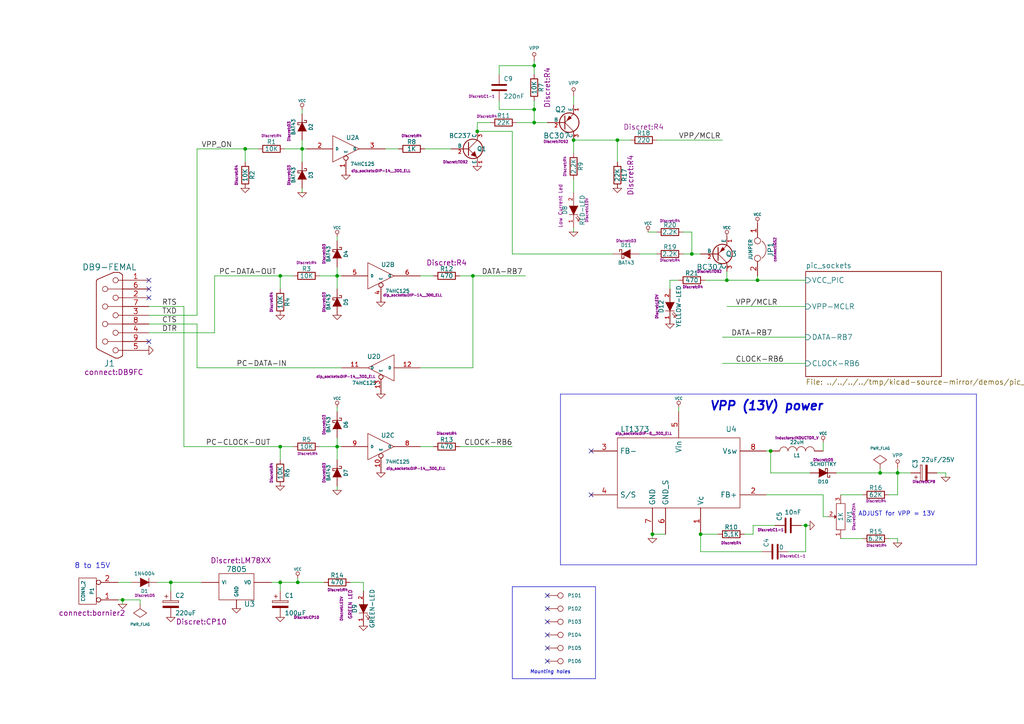
<source format=kicad_sch>
(kicad_sch (version 20230121) (generator eeschema)
  (paper "A4")
  (title_block (title "JDM - COM84 PIC Programmer with 13V DC/DC converter") (date "05 jan 2014") (rev "2") (company "KiCad"))
  (lib_symbols
    (symbol "pic_programmer_schlib:74LS125" (pin_names (offset 0.762))
      (property "Reference" "U" (at 0 2.54 0))
      (property "Value" "74LS125" (at 1.27 -3.81 0))
      (symbol "74LS125_0_0"
        (pin power_in line (at -3.81 3.81 270) (length 0) hide (name "VCC") (number "14"))
        (pin power_in line (at -3.81 -3.81 90) (length 0) hide (name "GND") (number "7"))
      )
      (symbol "74LS125_0_1"
        (polyline (pts (xy -3.81 3.81) (xy -3.81 -3.81) (xy 3.81 0) (xy -3.81 3.81)))
      )
      (symbol "74LS125_1_0"
        (pin input inverted (at 0 -7.62 90) (length 5.588) (name "E") (number "1"))
      )
      (symbol "74LS125_1_1"
        (pin input line (at -11.43 0 0) (length 7.62) (name "D") (number "2"))
        (pin tri_state line (at 11.43 0 180) (length 7.62) (name "O") (number "3"))
      )
      (symbol "74LS125_2_0"
        (pin input inverted (at 0 -7.62 90) (length 5.588) (name "E") (number "4"))
      )
      (symbol "74LS125_2_1"
        (pin input line (at -11.43 0 0) (length 7.62) (name "D") (number "5"))
        (pin tri_state line (at 11.43 0 180) (length 7.62) (name "O") (number "6"))
      )
      (symbol "74LS125_3_0"
        (pin input inverted (at 0 -7.62 90) (length 5.588) (name "E") (number "10"))
      )
      (symbol "74LS125_3_1"
        (pin tri_state line (at 11.43 0 180) (length 7.62) (name "O") (number "8"))
        (pin input line (at -11.43 0 0) (length 7.62) (name "D") (number "9"))
      )
      (symbol "74LS125_4_0"
        (pin input inverted (at 0 -7.62 90) (length 5.588) (name "E") (number "13"))
      )
      (symbol "74LS125_4_1"
        (pin tri_state line (at 11.43 0 180) (length 7.62) (name "O") (number "11"))
        (pin input line (at -11.43 0 0) (length 7.62) (name "D") (number "12"))
      )
    )
    (symbol "pic_programmer_schlib:7805" (pin_numbers hide) (pin_names (offset 0.762))
      (property "Reference" "U" (at 3.81 -4.9784 0))
      (property "Value" "7805" (at 0 5.08 0))
      (symbol "7805_0_1"
        (rectangle (start -5.08 -3.81) (end 5.08 3.81))
      )
      (symbol "7805_1_1"
        (pin input line (at 0 -6.35 90) (length 2.54) (name "GND") (number "GND"))
        (pin input line (at -10.16 1.27 0) (length 5.08) (name "VI") (number "VI"))
        (pin power_out line (at 10.16 1.27 180) (length 5.08) (name "VO") (number "VO"))
      )
    )
    (symbol "pic_programmer_schlib:C" (pin_numbers hide) (pin_names (offset 0.254))
      (property "Reference" "C" (at 0.635 2.54 0))
      (property "Value" "C" (at 0.635 -2.54 0))
      (symbol "C_0_1"
        (polyline (pts (xy -2.032 -0.762) (xy 2.032 -0.762)) (stroke (width 0.508)))
        (polyline (pts (xy -2.032 0.762) (xy 2.032 0.762)) (stroke (width 0.508)))
      )
      (symbol "C_1_1"
        (pin passive line (at 0 3.81 270) (length 2.794) (name "~") (number "1"))
        (pin passive line (at 0 -3.81 90) (length 2.794) (name "~") (number "2"))
      )
    )
    (symbol "pic_programmer_schlib:CONN_1" (pin_numbers hide) (pin_names (offset 0.762) hide)
      (property "Reference" "P" (at 2.032 0 0))
      (symbol "CONN_1_0_1"
        (polyline (pts (xy -0.762 0) (xy -1.27 0)))
        (circle (center 0 0) (radius 0.7874))
      )
      (symbol "CONN_1_1_1"
        (pin passive line (at -3.81 0 0) (length 2.54) (name "1") (number "1"))
      )
    )
    (symbol "pic_programmer_schlib:CONN_2" (pin_names (offset 1.016) hide)
      (property "Reference" "P" (at -1.27 0 90))
      (property "Value" "CONN_2" (at 1.27 0 90))
      (symbol "CONN_2_0_1"
        (rectangle (start -2.54 3.81) (end 2.54 -3.81))
      )
      (symbol "CONN_2_1_1"
        (pin passive inverted (at -8.89 2.54 0) (length 6.35) (name "P1") (number "1"))
        (pin passive inverted (at -8.89 -2.54 0) (length 6.35) (name "PM") (number "2"))
      )
    )
    (symbol "pic_programmer_schlib:CP" (pin_numbers hide) (pin_names (offset 0.254))
      (property "Reference" "C" (at 0.635 2.54 0))
      (property "Value" "CP" (at 0.635 -2.54 0))
      (symbol "CP_0_1"
        (rectangle (start -2.286 0.508) (end -2.286 1.016))
        (rectangle (start -2.286 0.508) (end 2.286 0.508))
        (rectangle (start -1.778 2.286) (end -0.762 2.286))
        (rectangle (start -1.27 1.778) (end -1.27 2.794))
        (rectangle (start 2.286 -0.508) (end -2.286 -1.016) (fill (type outline)))
        (rectangle (start 2.286 1.016) (end -2.286 1.016))
        (rectangle (start 2.286 1.016) (end 2.286 0.508))
      )
      (symbol "CP_1_1"
        (pin passive line (at 0 3.81 270) (length 2.794) (name "~") (number "1"))
        (pin passive line (at 0 -3.81 90) (length 2.794) (name "~") (number "2"))
      )
    )
    (symbol "pic_programmer_schlib:D" (pin_numbers hide) (pin_names (offset 1.016) hide)
      (property "Reference" "D" (at 0 2.54 0))
      (property "Value" "D" (at 0 -2.54 0))
      (symbol "D_0_1"
        (polyline (pts (xy -1.27 1.27) (xy -1.27 -1.27)) (stroke (width 0.1524)))
        (polyline (pts (xy 1.27 1.27) (xy -1.27 0) (xy 1.27 -1.27)) (fill (type outline)))
      )
      (symbol "D_1_1"
        (pin passive line (at -3.81 0 0) (length 2.54) (name "K") (number "1"))
        (pin passive line (at 3.81 0 180) (length 2.54) (name "A") (number "2"))
      )
    )
    (symbol "pic_programmer_schlib:DB9" (pin_names (offset 1.016) hide)
      (property "Reference" "J" (at 0 13.97 0))
      (property "Value" "DB9" (at 0 -13.97 0))
      (symbol "DB9_0_1"
        (circle (center -1.778 -10.16) (radius 0.762))
        (circle (center -1.778 -5.08) (radius 0.762))
        (circle (center -1.778 0) (radius 0.762))
        (circle (center -1.778 5.08) (radius 0.762))
        (circle (center -1.778 10.16) (radius 0.762))
        (polyline (pts (xy -3.81 -11.684) (xy -3.81 11.684)) (stroke (width 0.2032)))
        (polyline (pts (xy -3.81 -11.6586) (xy -3.556 -11.938)) (stroke (width 0.2032)))
        (polyline (pts (xy -3.81 -10.16) (xy -2.54 -10.16)))
        (polyline (pts (xy -3.81 -7.62) (xy 0.508 -7.62)))
        (polyline (pts (xy -3.81 -5.08) (xy -2.54 -5.08)))
        (polyline (pts (xy -3.81 -2.54) (xy 0.508 -2.54)))
        (polyline (pts (xy -3.81 0) (xy -2.54 0)))
        (polyline (pts (xy -3.81 2.54) (xy 0.508 2.54)))
        (polyline (pts (xy -3.81 5.08) (xy -2.54 5.08)))
        (polyline (pts (xy -3.81 7.62) (xy 0.508 7.62)))
        (polyline (pts (xy -3.81 10.16) (xy -2.54 10.16)))
        (polyline (pts (xy -3.556 -11.938) (xy -2.794 -12.446)) (stroke (width 0.2032)))
        (polyline (pts (xy -3.556 11.938) (xy -3.81 11.684)) (stroke (width 0.2032)))
        (polyline (pts (xy -3.556 11.938) (xy -2.54 12.446)) (stroke (width 0.2032)))
        (polyline (pts (xy -2.794 -12.446) (xy -1.27 -12.446)) (stroke (width 0.2032)))
        (polyline (pts (xy -2.54 12.446) (xy -1.778 12.446)) (stroke (width 0.2032)))
        (polyline (pts (xy 3.2766 9.906) (xy -1.778 12.446)) (stroke (width 0.2032)))
        (polyline (pts (xy 3.2766 9.906) (xy 3.81 9.398)) (stroke (width 0.2032)))
        (polyline (pts (xy 3.556 -10.3886) (xy -1.27 -12.446)) (stroke (width 0.2032)))
        (polyline (pts (xy 3.81 -9.906) (xy 3.556 -10.3886)) (stroke (width 0.2032)))
        (polyline (pts (xy 3.81 9.398) (xy 3.81 -9.906)) (stroke (width 0.2032)))
        (circle (center 1.27 -7.62) (radius 0.762))
        (circle (center 1.27 -2.54) (radius 0.762))
        (circle (center 1.27 2.54) (radius 0.762))
        (circle (center 1.27 7.62) (radius 0.762))
      )
      (symbol "DB9_1_1"
        (pin passive line (at -11.43 -10.16 0) (length 7.62) (name "1") (number "1"))
        (pin passive line (at -11.43 -5.08 0) (length 7.62) (name "2") (number "2"))
        (pin passive line (at -11.43 0 0) (length 7.62) (name "3") (number "3"))
        (pin passive line (at -11.43 5.08 0) (length 7.62) (name "4") (number "4"))
        (pin passive line (at -11.43 10.16 0) (length 7.62) (name "5") (number "5"))
        (pin passive line (at -11.43 -7.62 0) (length 7.62) (name "P6") (number "6"))
        (pin passive line (at -11.43 -2.54 0) (length 7.62) (name "P7") (number "7"))
        (pin passive line (at -11.43 2.54 0) (length 7.62) (name "P8") (number "8"))
        (pin passive line (at -11.43 7.62 0) (length 7.62) (name "P9") (number "9"))
      )
    )
    (symbol "pic_programmer_schlib:D_Schottky" (pin_numbers hide) (pin_names (offset 1.016) hide)
      (property "Reference" "D" (at 0 2.54 0))
      (property "Value" "D_Schottky" (at 0 -2.54 0))
      (symbol "D_Schottky_0_1"
        (polyline (pts (xy 1.27 1.27) (xy -1.27 0) (xy 1.27 -1.27)) (fill (type outline)))
        (polyline (pts (xy -1.905 0.635) (xy -1.905 1.27) (xy -1.27 1.27) (xy -1.27 -1.27) (xy -0.635 -1.27) (xy -0.635 -0.635)) (stroke (width 0.2032)))
      )
      (symbol "D_Schottky_1_1"
        (pin passive line (at -3.81 0 0) (length 2.54) (name "K") (number "1"))
        (pin passive line (at 3.81 0 180) (length 2.54) (name "A") (number "2"))
      )
    )
    (symbol "pic_programmer_schlib:GND" (power) (pin_names (offset 0))
      (symbol "GND_0_1"
        (polyline (pts (xy -1.27 0) (xy 0 -1.27) (xy 1.27 0) (xy -1.27 0)))
      )
      (symbol "GND_1_1"
        (pin power_in line (at 0 0 90) (length 0) hide (name "GND") (number "1"))
      )
    )
    (symbol "pic_programmer_schlib:INDUCTOR" (pin_numbers hide) (pin_names (offset 1.016) hide)
      (property "Reference" "L" (at -1.27 0 90))
      (property "Value" "INDUCTOR" (at 2.54 0 90))
      (symbol "INDUCTOR_0_1"
        (arc (start 0.0254 -5.0546) (mid 1.2449 -3.8097) (end 0.0254 -2.54))
        (arc (start 0.0254 -2.5146) (mid 1.2703 -1.2444) (end 0.0254 0.0508))
        (arc (start 0.0254 0.0254) (mid 1.2703 1.2956) (end 0.0254 2.5908))
        (arc (start 0.0254 2.5654) (mid 1.1941 3.7595) (end 0.0254 4.9784))
      )
      (symbol "INDUCTOR_1_1"
        (pin passive line (at 0 7.62 270) (length 2.54) (name "1") (number "1"))
        (pin passive line (at 0 -7.62 90) (length 2.54) (name "2") (number "2"))
      )
    )
    (symbol "pic_programmer_schlib:JUMPER" (pin_names (offset 0.762) hide)
      (property "Reference" "JP" (at 0 3.81 0))
      (property "Value" "JUMPER" (at 0 -2.032 0))
      (symbol "JUMPER_0_1"
        (circle (center -2.54 0) (radius 0.889))
        (arc (start 2.5146 1.27) (mid 0.0078 2.5097) (end -2.4892 1.27))
        (circle (center 2.54 0) (radius 0.889))
        (pin passive line (at -7.62 0 0) (length 4.191) (name "1") (number "1"))
        (pin passive line (at 7.62 0 180) (length 4.191) (name "2") (number "2"))
      )
    )
    (symbol "pic_programmer_schlib:LED" (pin_names (offset 1.016) hide)
      (property "Reference" "D" (at 0 2.54 0))
      (property "Value" "LED" (at 0 -2.54 0))
      (symbol "LED_0_1"
        (polyline (pts (xy -1.27 1.27) (xy -1.27 -1.27)))
        (polyline (pts (xy -2.032 -0.635) (xy -3.175 -1.651) (xy -3.048 -1.016)))
        (polyline (pts (xy -1.651 -1.016) (xy -2.794 -2.032) (xy -2.667 -1.397)))
        (polyline (pts (xy 1.27 1.27) (xy -1.27 0) (xy 1.27 -1.27)) (fill (type outline)))
      )
      (symbol "LED_1_1"
        (pin passive line (at -5.08 0 0) (length 3.81) (name "K") (number "1"))
        (pin passive line (at 5.08 0 180) (length 3.81) (name "A") (number "2"))
      )
    )
    (symbol "pic_programmer_schlib:LT1373" (pin_names (offset 0.762))
      (property "Reference" "U" (at 15.24 12.7 0))
      (property "Value" "LT1373" (at -12.7 12.7 0))
      (symbol "LT1373_0_1"
        (rectangle (start -17.78 -10.16) (end 17.78 10.16))
      )
      (symbol "LT1373_1_1"
        (pin input line (at 6.35 -17.78 90) (length 7.62) (name "Vc") (number "1"))
        (pin input line (at 25.4 -6.35 180) (length 7.62) (name "FB+") (number "2"))
        (pin passive line (at -25.4 6.35 0) (length 7.62) (name "FB-") (number "3"))
        (pin passive line (at -25.4 -6.35 0) (length 7.62) (name "S/S") (number "4"))
        (pin power_in line (at 0 17.78 270) (length 7.62) (name "Vin") (number "5"))
        (pin input line (at -3.81 -17.78 90) (length 7.62) (name "GND_S") (number "6"))
        (pin input line (at -7.62 -17.78 90) (length 7.62) (name "GND") (number "7"))
        (pin input line (at 25.4 6.35 180) (length 7.62) (name "Vsw") (number "8"))
      )
    )
    (symbol "pic_programmer_schlib:NPN" (pin_names (offset 0))
      (property "Reference" "Q" (at 0 -3.81 0))
      (property "Value" "NPN" (at 0 3.81 0))
      (symbol "NPN_0_1"
        (polyline (pts (xy 0 0) (xy 2.54 2.54)))
        (polyline (pts (xy 0 1.905) (xy 0 -1.905) (xy 0 -1.905)) (stroke (width 0.254)))
        (polyline (pts (xy 1.27 -1.27) (xy 0 0) (xy 0 0)))
        (polyline (pts (xy 2.286 -2.286) (xy 2.54 -2.54) (xy 2.54 -2.54)))
        (polyline (pts (xy 2.286 -2.286) (xy 1.778 -0.762) (xy 0.762 -1.778) (xy 2.286 -2.286) (xy 2.286 -2.286)) (fill (type outline)))
        (circle (center 1.27 0) (radius 2.8194) (stroke (width 0.254)))
      )
      (symbol "NPN_1_1"
        (pin passive line (at 2.54 -5.08 90) (length 2.54) (name "E") (number "1"))
        (pin input line (at -5.08 0 0) (length 5.08) (name "B") (number "2"))
        (pin passive line (at 2.54 5.08 270) (length 2.54) (name "C") (number "3"))
      )
    )
    (symbol "pic_programmer_schlib:PNP" (pin_names (offset 0))
      (property "Reference" "Q" (at 0 -3.81 0))
      (property "Value" "PNP" (at 0 3.81 0))
      (symbol "PNP_0_1"
        (polyline (pts (xy 0 0) (xy 2.54 2.54)))
        (polyline (pts (xy 0 1.905) (xy 0 -1.905) (xy 0 -1.905)) (stroke (width 0.254)) (fill (type outline)))
        (polyline (pts (xy 0.635 -0.635) (xy 0 0) (xy 0 0)))
        (polyline (pts (xy 2.54 -2.54) (xy 1.651 -1.651) (xy 1.651 -1.651)))
        (polyline (pts (xy 0.635 -0.635) (xy 1.27 -1.905) (xy 1.905 -1.27) (xy 0.635 -0.635) (xy 0.635 -0.635)) (fill (type outline)))
        (circle (center 1.27 0) (radius 2.8194) (stroke (width 0.254)))
      )
      (symbol "PNP_1_1"
        (pin passive line (at 2.54 -5.08 90) (length 2.54) (name "E") (number "1"))
        (pin input line (at -5.08 0 0) (length 5.08) (name "B") (number "2"))
        (pin passive line (at 2.54 5.08 270) (length 2.54) (name "C") (number "3"))
      )
    )
    (symbol "pic_programmer_schlib:POT" (pin_names (offset 1.016) hide)
      (property "Reference" "RV" (at 0 -2.54 0))
      (property "Value" "POT" (at 0 0 0))
      (symbol "POT_0_1"
        (rectangle (start -3.81 1.27) (end 3.81 -1.27))
        (polyline (pts (xy 0 1.27) (xy -0.508 1.778) (xy 0.508 1.778)) (fill (type outline)))
      )
      (symbol "POT_1_1"
        (pin passive line (at -6.35 0 0) (length 2.54) (name "1") (number "1"))
        (pin passive line (at 0 3.81 270) (length 2.032) (name "2") (number "2"))
        (pin passive line (at 6.35 0 180) (length 2.54) (name "3") (number "3"))
      )
    )
    (symbol "pic_programmer_schlib:PWR_FLAG" (power) (pin_numbers hide) (pin_names (offset 0) hide)
      (property "Value" "PWR_FLAG" (at 0 4.572 0))
      (symbol "PWR_FLAG_0_0"
        (pin power_out line (at 0 0 90) (length 0) (name "pwr") (number "1"))
      )
      (symbol "PWR_FLAG_0_1"
        (polyline (pts (xy 0 0) (xy 0 1.27) (xy -1.905 2.54) (xy 0 3.81) (xy 1.905 2.54) (xy 0 1.27)))
      )
    )
    (symbol "pic_programmer_schlib:R" (pin_numbers hide) (pin_names (offset 0))
      (property "Reference" "R" (at 2.032 0 90))
      (property "Value" "R" (at 0 0 90))
      (symbol "R_0_1"
        (rectangle (start -1.016 -2.54) (end 1.016 2.54) (stroke (width 0.254)))
      )
      (symbol "R_1_1"
        (pin passive line (at 0 3.81 270) (length 1.27) (name "~") (number "1"))
        (pin passive line (at 0 -3.81 90) (length 1.27) (name "~") (number "2"))
      )
    )
    (symbol "pic_programmer_schlib:VCC" (power) (pin_names (offset 0))
      (property "Value" "VCC" (at 0 2.54 0))
      (symbol "VCC_0_0"
        (pin power_in line (at 0 0 90) (length 0) hide (name "VCC") (number "1"))
      )
      (symbol "VCC_0_1"
        (polyline (pts (xy 0 0) (xy 0 0.762) (xy 0 0.762)))
        (circle (center 0 1.27) (radius 0.508))
      )
    )
    (symbol "pic_programmer_schlib:VPP" (pin_names (offset 0))
      (property "Value" "VPP" (at 0 3.81 0))
      (symbol "VPP_0_0"
        (pin power_in line (at 0 0 90) (length 0) hide (name "VPP") (number "1"))
      )
      (symbol "VPP_0_1"
        (polyline (pts (xy 0 1.524) (xy 0 0)))
        (circle (center 0 2.032) (radius 0.508))
      )
    )
  )
  (junction (at 87.63 43.18))
  (junction (at 233.68 152.4))
  (junction (at 97.79 80.01))
  (junction (at 71.12 43.18))
  (junction (at 200.66 73.66))
  (junction (at 138.43 38.1))
  (junction (at 49.53 168.91))
  (junction (at 81.28 168.91))
  (junction (at 97.79 129.54))
  (junction (at 81.28 80.01))
  (junction (at 35.56 173.99))
  (junction (at 219.71 81.28))
  (junction (at 81.28 129.54))
  (junction (at 179.07 40.64))
  (junction (at 154.94 35.56))
  (junction (at 86.36 168.91))
  (junction (at 255.27 137.16))
  (junction (at 137.16 80.01))
  (junction (at 189.23 154.94))
  (junction (at 166.37 40.64))
  (junction (at 154.94 19.05))
  (junction (at 203.2 154.94))
  (junction (at 260.35 137.16))
  (junction (at 154.94 31.75))
  (junction (at 223.52 130.81))
  (junction (at 210.82 81.28))
  (no_connect (at 171.45 143.51))
  (no_connect (at 43.18 86.36))
  (no_connect (at 158.75 184.15))
  (no_connect (at 158.75 180.34))
  (no_connect (at 43.18 81.28))
  (no_connect (at 158.75 191.77))
  (no_connect (at 158.75 176.53))
  (no_connect (at 158.75 187.96))
  (no_connect (at 43.18 99.06))
  (no_connect (at 171.45 130.81))
  (no_connect (at 158.75 172.72))
  (no_connect (at 43.18 83.82))
  (wire (pts (xy 218.44 154.94) (xy 215.9 154.94)))
  (wire (pts (xy 97.79 80.01) (xy 99.06 80.01)))
  (wire (pts (xy 105.41 168.91) (xy 101.6 168.91)))
  (wire (pts (xy 232.41 152.4) (xy 233.68 152.4)))
  (wire (pts (xy 219.71 81.28) (xy 219.71 80.01)))
  (wire (pts (xy 78.74 168.91) (xy 81.28 168.91)))
  (wire (pts (xy 190.5 73.66) (xy 185.42 73.66)))
  (wire (pts (xy 105.41 171.45) (xy 105.41 168.91)))
  (polyline (pts (xy 148.59 170.18) (xy 172.72 170.18)))
  (wire (pts (xy 198.12 73.66) (xy 200.66 73.66)))
  (wire (pts (xy 35.56 173.99) (xy 40.64 173.99)))
  (wire (pts (xy 71.12 46.99) (xy 71.12 43.18)))
  (wire (pts (xy 238.76 149.86) (xy 238.76 143.51)))
  (wire (pts (xy 137.16 106.68) (xy 137.16 80.01)))
  (wire (pts (xy 189.23 156.21) (xy 189.23 154.94)))
  (wire (pts (xy 233.68 97.79) (xy 209.55 97.79)))
  (wire (pts (xy 62.23 96.52) (xy 43.18 96.52)))
  (wire (pts (xy 166.37 40.64) (xy 166.37 44.45)))
  (wire (pts (xy 34.29 173.99) (xy 35.56 173.99)))
  (wire (pts (xy 81.28 133.35) (xy 81.28 129.54)))
  (wire (pts (xy 87.63 33.02) (xy 87.63 31.75)))
  (wire (pts (xy 121.92 106.68) (xy 137.16 106.68)))
  (wire (pts (xy 97.79 68.58) (xy 97.79 69.85)))
  (wire (pts (xy 166.37 52.07) (xy 166.37 55.88)))
  (wire (pts (xy 194.31 81.28) (xy 196.85 81.28)))
  (wire (pts (xy 210.82 81.28) (xy 210.82 78.74)))
  (wire (pts (xy 87.63 43.18) (xy 87.63 46.99)))
  (wire (pts (xy 97.79 77.47) (xy 97.79 80.01)))
  (wire (pts (xy 97.79 80.01) (xy 97.79 83.82)))
  (wire (pts (xy 260.35 137.16) (xy 264.16 137.16)))
  (wire (pts (xy 133.35 80.01) (xy 137.16 80.01)))
  (wire (pts (xy 57.15 43.18) (xy 57.15 91.44)))
  (wire (pts (xy 200.66 67.31) (xy 198.12 67.31)))
  (wire (pts (xy 154.94 35.56) (xy 158.75 35.56)))
  (wire (pts (xy 166.37 40.64) (xy 179.07 40.64)))
  (wire (pts (xy 255.27 135.89) (xy 255.27 137.16)))
  (wire (pts (xy 234.95 137.16) (xy 223.52 137.16)))
  (wire (pts (xy 187.96 67.31) (xy 190.5 67.31)))
  (wire (pts (xy 154.94 17.78) (xy 154.94 19.05)))
  (wire (pts (xy 40.64 173.99) (xy 40.64 175.26)))
  (wire (pts (xy 82.55 43.18) (xy 87.63 43.18)))
  (wire (pts (xy 144.78 19.05) (xy 144.78 21.59)))
  (wire (pts (xy 86.36 168.91) (xy 86.36 167.64)))
  (wire (pts (xy 49.53 168.91) (xy 58.42 168.91)))
  (wire (pts (xy 148.59 73.66) (xy 177.8 73.66)))
  (wire (pts (xy 218.44 152.4) (xy 218.44 154.94)))
  (wire (pts (xy 271.78 137.16) (xy 274.32 137.16)))
  (wire (pts (xy 57.15 43.18) (xy 71.12 43.18)))
  (wire (pts (xy 121.92 80.01) (xy 125.73 80.01)))
  (wire (pts (xy 210.82 81.28) (xy 219.71 81.28)))
  (wire (pts (xy 38.1 168.91) (xy 34.29 168.91)))
  (wire (pts (xy 35.56 175.26) (xy 35.56 173.99)))
  (wire (pts (xy 49.53 171.45) (xy 49.53 168.91)))
  (polyline (pts (xy 283.21 114.3) (xy 283.21 163.83)))
  (wire (pts (xy 204.47 81.28) (xy 210.82 81.28)))
  (wire (pts (xy 99.06 106.68) (xy 57.15 106.68)))
  (wire (pts (xy 228.6 160.02) (xy 233.68 160.02)))
  (wire (pts (xy 43.18 93.98) (xy 57.15 93.98)))
  (wire (pts (xy 240.03 149.86) (xy 238.76 149.86)))
  (wire (pts (xy 179.07 40.64) (xy 182.88 40.64)))
  (wire (pts (xy 144.78 29.21) (xy 144.78 31.75)))
  (polyline (pts (xy 162.56 163.83) (xy 283.21 163.83)))
  (wire (pts (xy 148.59 38.1) (xy 148.59 73.66)))
  (wire (pts (xy 260.35 156.21) (xy 260.35 157.48)))
  (wire (pts (xy 149.86 35.56) (xy 154.94 35.56)))
  (wire (pts (xy 115.57 43.18) (xy 111.76 43.18)))
  (wire (pts (xy 196.85 119.38) (xy 196.85 118.11)))
  (wire (pts (xy 81.28 129.54) (xy 85.09 129.54)))
  (wire (pts (xy 154.94 29.21) (xy 154.94 31.75)))
  (polyline (pts (xy 148.59 196.85) (xy 148.59 170.18)))
  (wire (pts (xy 260.35 143.51) (xy 257.81 143.51)))
  (wire (pts (xy 200.66 73.66) (xy 203.2 73.66)))
  (wire (pts (xy 87.63 43.18) (xy 88.9 43.18)))
  (wire (pts (xy 57.15 106.68) (xy 57.15 93.98)))
  (wire (pts (xy 208.28 154.94) (xy 203.2 154.94)))
  (wire (pts (xy 81.28 80.01) (xy 85.09 80.01)))
  (polyline (pts (xy 162.56 114.3) (xy 162.56 163.83)))
  (wire (pts (xy 87.63 54.61) (xy 87.63 55.88)))
  (wire (pts (xy 238.76 128.27) (xy 238.76 130.81)))
  (wire (pts (xy 154.94 19.05) (xy 154.94 21.59)))
  (wire (pts (xy 62.23 96.52) (xy 62.23 80.01)))
  (wire (pts (xy 97.79 142.24) (xy 97.79 140.97)))
  (wire (pts (xy 92.71 129.54) (xy 97.79 129.54)))
  (wire (pts (xy 233.68 152.4) (xy 234.95 152.4)))
  (wire (pts (xy 97.79 119.38) (xy 97.79 118.11)))
  (wire (pts (xy 86.36 168.91) (xy 93.98 168.91)))
  (wire (pts (xy 53.34 129.54) (xy 81.28 129.54)))
  (polyline (pts (xy 172.72 196.85) (xy 148.59 196.85)))
  (wire (pts (xy 71.12 43.18) (xy 74.93 43.18)))
  (wire (pts (xy 81.28 83.82) (xy 81.28 80.01)))
  (wire (pts (xy 166.37 30.48) (xy 166.37 27.94)))
  (wire (pts (xy 224.79 152.4) (xy 218.44 152.4)))
  (wire (pts (xy 223.52 137.16) (xy 223.52 130.81)))
  (wire (pts (xy 250.19 156.21) (xy 243.84 156.21)))
  (wire (pts (xy 137.16 80.01) (xy 152.4 80.01)))
  (wire (pts (xy 130.81 43.18) (xy 123.19 43.18)))
  (polyline (pts (xy 172.72 170.18) (xy 172.72 196.85)))
  (wire (pts (xy 255.27 137.16) (xy 260.35 137.16)))
  (wire (pts (xy 274.32 137.16) (xy 274.32 138.43)))
  (wire (pts (xy 53.34 88.9) (xy 43.18 88.9)))
  (polyline (pts (xy 283.21 114.3) (xy 162.56 114.3)))
  (wire (pts (xy 97.79 129.54) (xy 97.79 133.35)))
  (wire (pts (xy 260.35 135.89) (xy 260.35 137.16)))
  (wire (pts (xy 210.82 88.9) (xy 233.68 88.9)))
  (wire (pts (xy 81.28 168.91) (xy 81.28 171.45)))
  (wire (pts (xy 189.23 154.94) (xy 193.04 154.94)))
  (wire (pts (xy 144.78 19.05) (xy 154.94 19.05)))
  (wire (pts (xy 125.73 129.54) (xy 121.92 129.54)))
  (wire (pts (xy 138.43 35.56) (xy 138.43 38.1)))
  (wire (pts (xy 144.78 31.75) (xy 154.94 31.75)))
  (wire (pts (xy 260.35 137.16) (xy 260.35 143.51)))
  (wire (pts (xy 138.43 38.1) (xy 148.59 38.1)))
  (wire (pts (xy 203.2 160.02) (xy 220.98 160.02)))
  (wire (pts (xy 223.52 130.81) (xy 222.25 130.81)))
  (wire (pts (xy 97.79 129.54) (xy 99.06 129.54)))
  (wire (pts (xy 233.68 105.41) (xy 209.55 105.41)))
  (wire (pts (xy 97.79 127) (xy 97.79 129.54)))
  (wire (pts (xy 190.5 40.64) (xy 209.55 40.64)))
  (wire (pts (xy 194.31 83.82) (xy 194.31 81.28)))
  (wire (pts (xy 148.59 129.54) (xy 133.35 129.54)))
  (wire (pts (xy 179.07 46.99) (xy 179.07 40.64)))
  (wire (pts (xy 260.35 156.21) (xy 257.81 156.21)))
  (wire (pts (xy 87.63 40.64) (xy 87.63 43.18)))
  (wire (pts (xy 138.43 35.56) (xy 142.24 35.56)))
  (wire (pts (xy 203.2 154.94) (xy 203.2 160.02)))
  (wire (pts (xy 45.72 168.91) (xy 49.53 168.91)))
  (wire (pts (xy 166.37 66.04) (xy 166.37 67.31)))
  (wire (pts (xy 219.71 81.28) (xy 233.68 81.28)))
  (wire (pts (xy 154.94 31.75) (xy 154.94 35.56)))
  (wire (pts (xy 250.19 143.51) (xy 243.84 143.51)))
  (wire (pts (xy 233.68 160.02) (xy 233.68 152.4)))
  (wire (pts (xy 200.66 73.66) (xy 200.66 67.31)))
  (wire (pts (xy 57.15 91.44) (xy 43.18 91.44)))
  (wire (pts (xy 81.28 168.91) (xy 86.36 168.91)))
  (wire (pts (xy 53.34 129.54) (xy 53.34 88.9)))
  (wire (pts (xy 92.71 80.01) (xy 97.79 80.01)))
  (wire (pts (xy 242.57 137.16) (xy 255.27 137.16)))
  (wire (pts (xy 62.23 80.01) (xy 81.28 80.01)))
  (wire (pts (xy 238.76 143.51) (xy 222.25 143.51)))
  (text "VPP (13V) power" (at 205.74 119.38 0) (effects (font (size 2.54 2.54) (thickness 0.508) bold italic) (justify left bottom)))
  (text "8 to 15V" (at 21.59 165.1 0) (effects (font (size 1.524 1.524)) (justify left bottom)))
  (text "Mounting holes" (at 153.67 195.58 0) (effects (font (size 1.016 1.016) italic) (justify left bottom)))
  (text "ADJUST for VPP = 13V" (at 248.92 149.86 0) (effects (font (size 1.27 1.27)) (justify left bottom)))
  (label "VPP_ON" (at 58.42 43.18 0) (effects (font (size 1.524 1.524))))
  (label "PC-CLOCK-OUT" (at 59.69 129.54 0) (effects (font (size 1.524 1.524))))
  (label "CLOCK-RB6" (at 134.62 129.54 0) (effects (font (size 1.524 1.524))))
  (label "CTS" (at 46.99 93.98 0) (effects (font (size 1.524 1.524))))
  (label "DATA-RB7" (at 139.7 80.01 0) (effects (font (size 1.524 1.524))))
  (label "VPP/MCLR" (at 196.85 40.64 0) (effects (font (size 1.524 1.524))))
  (label "TXD" (at 46.99 91.44 0) (effects (font (size 1.524 1.524))))
  (label "RTS" (at 46.99 88.9 0) (effects (font (size 1.524 1.524))))
  (label "CLOCK-RB6" (at 213.36 105.41 0) (effects (font (size 1.524 1.524))))
  (label "DATA-RB7" (at 212.09 97.79 0) (effects (font (size 1.524 1.524))))
  (label "VPP/MCLR" (at 213.36 88.9 0) (effects (font (size 1.524 1.524))))
  (label "PC-DATA-OUT" (at 63.5 80.01 0) (effects (font (size 1.524 1.524))))
  (label "PC-DATA-IN" (at 68.58 106.68 0) (effects (font (size 1.524 1.524))))
  (label "DTR" (at 46.99 96.52 0) (effects (font (size 1.524 1.524))))
  (symbol (lib_id "pic_programmer_schlib:DB9") (at 31.75 91.44 180) (unit 1)
    (property "Reference" "J1" (at 31.75 105.41 0) (effects (font (size 1.778 1.778))))
    (property "Value" "DB9-FEMAL" (at 31.75 77.47 0) (effects (font (size 1.778 1.778))))
    (property "Footprint" "connect:DB9FC" (at 33.02 107.95 0) (effects (font (size 1.524 1.524))))
  )
  (symbol (lib_id "pic_programmer_schlib:74LS125") (at 100.33 43.18 0) (unit 1)
    (property "Reference" "U2" (at 100.33 40.64 0) (effects (justify left bottom)))
    (property "Value" "74HC125" (at 101.6 46.99 0) (effects (font (size 1.016 1.016)) (justify left top)))
    (property "Footprint" "dip_sockets:DIP-14__300_ELL" (at 110.49 49.53 0) (effects (font (size 0.762 0.762))))
  )
  (symbol (lib_id "pic_programmer_schlib:R") (at 78.74 43.18 90) (unit 1)
    (property "Reference" "R1" (at 78.74 41.148 90))
    (property "Value" "10K" (at 78.74 43.18 90))
    (property "Footprint" "Discret:R4" (at 78.74 39.37 90) (effects (font (size 0.762 0.762))))
  )
  (symbol (lib_id "pic_programmer_schlib:R") (at 71.12 50.8 0) (unit 1)
    (property "Reference" "R2" (at 73.152 50.8 90))
    (property "Value" "10K" (at 71.12 50.8 90))
    (property "Footprint" "Discret:R4" (at 68.58 50.8 90) (effects (font (size 0.762 0.762))))
  )
  (symbol (lib_id "pic_programmer_schlib:D_Schottky") (at 87.63 36.83 270) (unit 1)
    (property "Reference" "D2" (at 90.17 36.83 0) (effects (font (size 1.016 1.016))))
    (property "Value" "BAT43" (at 85.09 36.83 0) (effects (font (size 1.016 1.016))))
    (property "Footprint" "Discret:D3" (at 83.82 38.1 0) (effects (font (size 0.762 0.762))))
  )
  (symbol (lib_id "pic_programmer_schlib:D_Schottky") (at 87.63 50.8 270) (unit 1)
    (property "Reference" "D3" (at 90.17 50.8 0) (effects (font (size 1.016 1.016))))
    (property "Value" "BAT43" (at 85.09 50.8 0) (effects (font (size 1.016 1.016))))
    (property "Footprint" "Discret:D3" (at 83.82 50.8 0) (effects (font (size 0.762 0.762))))
  )
  (symbol (lib_id "pic_programmer_schlib:GND") (at 100.33 50.8 0) (unit 1)
    (property "Reference" "#PWR035" (effects hide))
    (property "Value" "GND" (effects hide))
  )
  (symbol (lib_id "pic_programmer_schlib:GND") (at 87.63 55.88 0) (unit 1)
    (property "Reference" "#PWR034" (effects hide))
    (property "Value" "GND" (effects hide))
  )
  (symbol (lib_id "pic_programmer_schlib:VCC") (at 87.63 31.75 0) (unit 1)
    (property "Reference" "#PWR033" (effects hide))
    (property "Value" "VCC" (at 87.63 29.21 0) (effects (font (size 0.762 0.762))))
  )
  (symbol (lib_id "pic_programmer_schlib:74LS125") (at 110.49 80.01 0) (unit 2)
    (property "Reference" "U2" (at 110.49 77.47 0) (effects (justify left bottom)))
    (property "Value" "74HC125" (at 111.76 83.82 0) (effects (font (size 1.016 1.016)) (justify left top)))
    (property "Footprint" "dip_sockets:DIP-14__300_ELL" (at 119.6848 85.598 0) (effects (font (size 0.762 0.762))))
  )
  (symbol (lib_id "pic_programmer_schlib:R") (at 88.9 80.01 90) (unit 1)
    (property "Reference" "R3" (at 88.9 77.978 90))
    (property "Value" "10K" (at 88.9 80.01 90))
    (property "Footprint" "Discret:R4" (at 88.9 76.2 90) (effects (font (size 0.762 0.762))))
  )
  (symbol (lib_id "pic_programmer_schlib:R") (at 81.28 87.63 0) (unit 1)
    (property "Reference" "R4" (at 83.312 87.63 90))
    (property "Value" "10K" (at 81.28 87.63 90))
    (property "Footprint" "Discret:R4" (at 78.74 87.63 90) (effects (font (size 0.762 0.762))))
  )
  (symbol (lib_id "pic_programmer_schlib:D_Schottky") (at 97.79 73.66 270) (unit 1)
    (property "Reference" "D4" (at 100.33 73.66 0) (effects (font (size 1.016 1.016))))
    (property "Value" "BAT43" (at 95.25 73.66 0) (effects (font (size 1.016 1.016))))
    (property "Footprint" "Discret:D3" (at 93.98 73.66 0) (effects (font (size 0.762 0.762))))
  )
  (symbol (lib_id "pic_programmer_schlib:D_Schottky") (at 97.79 87.63 270) (unit 1)
    (property "Reference" "D5" (at 100.33 87.63 0) (effects (font (size 1.016 1.016))))
    (property "Value" "BAT43" (at 95.25 87.63 0) (effects (font (size 1.016 1.016))))
    (property "Footprint" "Discret:D3" (at 93.98 87.63 0) (effects (font (size 0.762 0.762))))
  )
  (symbol (lib_id "pic_programmer_schlib:GND") (at 110.49 87.63 0) (unit 1)
    (property "Reference" "#PWR032" (effects hide))
    (property "Value" "GND" (effects hide))
  )
  (symbol (lib_id "pic_programmer_schlib:GND") (at 97.79 91.44 0) (unit 1)
    (property "Reference" "#PWR031" (effects hide))
    (property "Value" "GND" (effects hide))
  )
  (symbol (lib_id "pic_programmer_schlib:VCC") (at 97.79 68.58 0) (unit 1)
    (property "Reference" "#PWR030" (effects hide))
    (property "Value" "VCC" (at 97.79 66.04 0) (effects (font (size 0.762 0.762))))
  )
  (symbol (lib_id "pic_programmer_schlib:74LS125") (at 110.49 129.54 0) (unit 3)
    (property "Reference" "U2" (at 110.49 127 0) (effects (justify left bottom)))
    (property "Value" "74HC125" (at 111.76 133.35 0) (effects (font (size 1.016 1.016)) (justify left top)))
    (property "Footprint" "dip_sockets:DIP-14__300_ELL" (at 120.65 135.89 0) (effects (font (size 0.762 0.762))))
  )
  (symbol (lib_id "pic_programmer_schlib:R") (at 88.9 129.54 90) (unit 1)
    (property "Reference" "R5" (at 88.9 127.508 90))
    (property "Value" "10K" (at 88.9 129.54 90))
    (property "Footprint" "Discret:R4" (at 89.2048 131.572 90) (effects (font (size 0.762 0.762))))
  )
  (symbol (lib_id "pic_programmer_schlib:R") (at 81.28 137.16 0) (unit 1)
    (property "Reference" "R6" (at 83.312 137.16 90))
    (property "Value" "10K" (at 81.28 137.16 90))
    (property "Footprint" "Discret:R4" (at 78.74 137.16 90) (effects (font (size 0.762 0.762))))
  )
  (symbol (lib_id "pic_programmer_schlib:D_Schottky") (at 97.79 123.19 270) (unit 1)
    (property "Reference" "D6" (at 100.33 123.19 0) (effects (font (size 1.016 1.016))))
    (property "Value" "BAT43" (at 95.25 123.19 0) (effects (font (size 1.016 1.016))))
    (property "Footprint" "Discret:D3" (at 93.98 123.19 0) (effects (font (size 0.762 0.762))))
  )
  (symbol (lib_id "pic_programmer_schlib:D_Schottky") (at 97.79 137.16 270) (unit 1)
    (property "Reference" "D7" (at 100.33 137.16 0) (effects (font (size 1.016 1.016))))
    (property "Value" "BAT43" (at 95.25 137.16 0) (effects (font (size 1.016 1.016))))
    (property "Footprint" "Discret:D3" (at 93.98 137.16 0) (effects (font (size 0.762 0.762))))
  )
  (symbol (lib_id "pic_programmer_schlib:GND") (at 110.49 137.16 0) (unit 1)
    (property "Reference" "#PWR029" (effects hide))
    (property "Value" "GND" (effects hide))
  )
  (symbol (lib_id "pic_programmer_schlib:GND") (at 97.79 142.24 0) (unit 1)
    (property "Reference" "#PWR028" (effects hide))
    (property "Value" "GND" (effects hide))
  )
  (symbol (lib_id "pic_programmer_schlib:VCC") (at 97.79 118.11 0) (unit 1)
    (property "Reference" "#PWR027" (effects hide))
    (property "Value" "VCC" (at 97.79 115.57 0) (effects (font (size 0.762 0.762))))
  )
  (symbol (lib_id "pic_programmer_schlib:74LS125") (at 110.49 106.68 0) (mirror y) (unit 4)
    (property "Reference" "U2" (at 110.49 104.14 0) (effects (justify left bottom)))
    (property "Value" "74HC125" (at 109.22 110.49 0) (effects (font (size 1.016 1.016)) (justify left top)))
    (property "Footprint" "dip_sockets:DIP-14__300_ELL" (at 100.33 109.22 0) (effects (font (size 0.762 0.762))))
  )
  (symbol (lib_id "pic_programmer_schlib:GND") (at 110.49 114.3 0) (unit 1)
    (property "Reference" "#PWR026" (effects hide))
    (property "Value" "GND" (effects hide))
  )
  (symbol (lib_id "pic_programmer_schlib:R") (at 129.54 80.01 90) (unit 1)
    (property "Reference" "R12" (at 129.54 77.978 90))
    (property "Value" "470" (at 129.54 80.01 90))
    (property "Footprint" "Discret:R4" (at 129.54 76.2 90) (effects (font (size 1.524 1.524))))
  )
  (symbol (lib_id "pic_programmer_schlib:R") (at 129.54 129.54 90) (unit 1)
    (property "Reference" "R13" (at 129.54 127.508 90))
    (property "Value" "470" (at 129.54 129.54 90))
    (property "Footprint" "Discret:R4" (at 129.54 125.73 90) (effects (font (size 0.762 0.762))))
  )
  (symbol (lib_id "pic_programmer_schlib:R") (at 119.38 43.18 90) (unit 1)
    (property "Reference" "R8" (at 119.38 41.148 90))
    (property "Value" "1K" (at 119.38 43.18 90))
    (property "Footprint" "Discret:R4" (at 119.38 39.37 90) (effects (font (size 0.762 0.762))))
  )
  (symbol (lib_id "pic_programmer_schlib:GND") (at 81.28 91.44 0) (unit 1)
    (property "Reference" "#PWR025" (effects hide))
    (property "Value" "GND" (effects hide))
  )
  (symbol (lib_id "pic_programmer_schlib:GND") (at 81.28 140.97 0) (unit 1)
    (property "Reference" "#PWR024" (effects hide))
    (property "Value" "GND" (effects hide))
  )
  (symbol (lib_id "pic_programmer_schlib:GND") (at 71.12 54.61 0) (unit 1)
    (property "Reference" "#PWR023" (effects hide))
    (property "Value" "GND" (effects hide))
  )
  (symbol (lib_id "pic_programmer_schlib:GND") (at 43.18 101.6 90) (unit 1)
    (property "Reference" "#PWR022" (effects hide))
    (property "Value" "GND" (effects hide))
  )
  (symbol (lib_id "pic_programmer_schlib:NPN") (at 135.89 43.18 0) (unit 1)
    (property "Reference" "Q1" (at 139.7 43.18 0))
    (property "Value" "BC237" (at 133.4008 39.37 0))
    (property "Footprint" "Discret:TO92" (at 132.08 46.99 0) (effects (font (size 0.762 0.762))))
  )
  (symbol (lib_id "pic_programmer_schlib:GND") (at 138.43 48.26 0) (unit 1)
    (property "Reference" "#PWR021" (effects hide))
    (property "Value" "GND" (effects hide))
  )
  (symbol (lib_id "pic_programmer_schlib:R") (at 146.05 35.56 90) (unit 1)
    (property "Reference" "R11" (at 146.05 33.528 90))
    (property "Value" "22K" (at 146.05 35.56 90))
    (property "Footprint" "Discret:R4" (at 141.1986 33.7566 90) (effects (font (size 0.762 0.762))))
  )
  (symbol (lib_id "pic_programmer_schlib:R") (at 154.94 25.4 0) (unit 1)
    (property "Reference" "R7" (at 156.972 25.4 90))
    (property "Value" "10K" (at 154.94 25.4 90))
    (property "Footprint" "Discret:R4" (at 158.75 25.4 90) (effects (font (size 1.524 1.524))))
  )
  (symbol (lib_id "pic_programmer_schlib:PNP") (at 163.83 35.56 0) (mirror x) (unit 1)
    (property "Reference" "Q2" (at 162.56 31.75 0) (effects (font (size 1.524 1.524))))
    (property "Value" "BC307" (at 161.3916 39.37 0) (effects (font (size 1.524 1.524))))
    (property "Footprint" "Discret:TO92" (at 161.2392 41.0718 0) (effects (font (size 0.762 0.762))))
  )
  (symbol (lib_id "pic_programmer_schlib:VPP") (at 154.94 17.78 0) (unit 1)
    (property "Reference" "#PWR122" (effects hide))
    (property "Value" "VPP" (at 154.94 13.97 0) (effects (font (size 1.016 1.016))))
  )
  (symbol (lib_id "pic_programmer_schlib:VPP") (at 166.37 27.94 0) (unit 1)
    (property "Reference" "#PWR123" (effects hide))
    (property "Value" "VPP" (at 166.37 24.13 0) (effects (font (size 1.016 1.016))))
  )
  (symbol (lib_id "pic_programmer_schlib:R") (at 166.37 48.26 0) (unit 1)
    (property "Reference" "R9" (at 168.402 48.26 90))
    (property "Value" "2.2K" (at 166.37 48.26 90))
    (property "Footprint" "Discret:R4" (at 163.83 48.26 90) (effects (font (size 0.762 0.762))))
  )
  (symbol (lib_id "pic_programmer_schlib:LED") (at 166.37 60.96 90) (unit 1)
    (property "Reference" "D8" (at 163.83 60.96 0))
    (property "Value" "RED-LED" (at 168.91 60.96 0))
    (property "Footprint" "Discret:LEDV" (at 170.18 60.96 0) (effects (font (size 0.762 0.762))))
    (property "Champ4" "Low Current Led" (at 162.56 59.69 0) (effects (font (size 1.016 1.016))))
  )
  (symbol (lib_id "pic_programmer_schlib:CONN_2") (at 25.4 171.45 180) (unit 1)
    (property "Reference" "P1" (at 26.67 171.45 90) (effects (font (size 1.016 1.016))))
    (property "Value" "CONN_2" (at 24.13 171.45 90) (effects (font (size 1.016 1.016))))
    (property "Footprint" "connect:bornier2" (at 26.67 177.8 0) (effects (font (size 1.524 1.524))))
  )
  (symbol (lib_id "pic_programmer_schlib:D") (at 41.91 168.91 180) (unit 1)
    (property "Reference" "D1" (at 41.91 171.45 0) (effects (font (size 1.016 1.016))))
    (property "Value" "1N4004" (at 41.91 166.37 0) (effects (font (size 1.016 1.016))))
    (property "Footprint" "Discret:D5" (at 42.0116 172.72 0) (effects (font (size 0.762 0.762))))
  )
  (symbol (lib_id "pic_programmer_schlib:GND") (at 35.56 175.26 0) (unit 1)
    (property "Reference" "#PWR020" (effects hide))
    (property "Value" "GND" (effects hide))
  )
  (symbol (lib_id "pic_programmer_schlib:CP") (at 49.53 175.26 0) (unit 1)
    (property "Reference" "C2" (at 50.8 172.72 0) (effects (justify left)))
    (property "Value" "220uF" (at 50.8 177.8 0) (effects (justify left)))
    (property "Footprint" "Discret:CP10" (at 58.42 180.34 0) (effects (font (size 1.524 1.524))))
  )
  (symbol (lib_id "pic_programmer_schlib:GND") (at 49.53 179.07 0) (unit 1)
    (property "Reference" "#PWR019" (effects hide))
    (property "Value" "GND" (effects hide))
  )
  (symbol (lib_id "pic_programmer_schlib:7805") (at 68.58 170.18 0) (unit 1)
    (property "Reference" "U3" (at 72.39 175.1584 0) (effects (font (size 1.524 1.524))))
    (property "Value" "7805" (at 68.58 165.1 0) (effects (font (size 1.524 1.524))))
    (property "Footprint" "Discret:LM78XX" (at 69.85 162.56 0) (effects (font (size 1.524 1.524))))
  )
  (symbol (lib_id "pic_programmer_schlib:GND") (at 68.58 176.53 0) (unit 1)
    (property "Reference" "#PWR018" (effects hide))
    (property "Value" "GND" (effects hide))
  )
  (symbol (lib_id "pic_programmer_schlib:CP") (at 81.28 175.26 0) (unit 1)
    (property "Reference" "C1" (at 82.55 172.72 0) (effects (justify left)))
    (property "Value" "100µF" (at 82.55 177.8 0) (effects (justify left)))
    (property "Footprint" "Discret:CP10" (at 88.9 179.07 0) (effects (font (size 0.762 0.762))))
  )
  (symbol (lib_id "pic_programmer_schlib:GND") (at 81.28 179.07 0) (unit 1)
    (property "Reference" "#PWR017" (effects hide))
    (property "Value" "GND" (effects hide))
  )
  (symbol (lib_id "pic_programmer_schlib:R") (at 97.79 168.91 90) (unit 1)
    (property "Reference" "R14" (at 97.79 166.878 90))
    (property "Value" "470" (at 97.79 168.91 90))
    (property "Footprint" "Discret:R4" (at 97.917 171.069 90) (effects (font (size 0.762 0.762))))
  )
  (symbol (lib_id "pic_programmer_schlib:LED") (at 105.41 176.53 90) (unit 1)
    (property "Reference" "D9" (at 102.87 176.53 0))
    (property "Value" "GREEN-LED" (at 107.95 176.53 0))
    (property "Footprint" "Discret:LEDV" (at 99.06 176.53 0) (effects (font (size 0.762 0.762))))
    (property "Champ4" "GREEN LED" (at 101.6 175.26 0) (effects (font (size 1.016 1.016))))
  )
  (symbol (lib_id "pic_programmer_schlib:GND") (at 105.41 181.61 0) (unit 1)
    (property "Reference" "#PWR016" (effects hide))
    (property "Value" "GND" (effects hide))
  )
  (symbol (lib_id "pic_programmer_schlib:VCC") (at 86.36 167.64 0) (unit 1)
    (property "Reference" "#PWR015" (effects hide))
    (property "Value" "VCC" (at 86.36 165.1 0) (effects (font (size 0.762 0.762))))
  )
  (symbol (lib_id "pic_programmer_schlib:R") (at 179.07 50.8 0) (unit 1)
    (property "Reference" "R17" (at 181.102 50.8 90))
    (property "Value" "22K" (at 179.07 50.8 90))
    (property "Footprint" "Discret:R4" (at 182.88 50.8 90) (effects (font (size 1.524 1.524))))
  )
  (symbol (lib_id "pic_programmer_schlib:GND") (at 179.07 54.61 0) (unit 1)
    (property "Reference" "#PWR014" (effects hide))
    (property "Value" "GND" (effects hide))
  )
  (symbol (lib_id "pic_programmer_schlib:INDUCTOR") (at 231.14 130.81 90) (unit 1)
    (property "Reference" "L1" (at 231.14 132.08 90) (effects (font (size 1.016 1.016))))
    (property "Value" "22uH" (at 231.14 128.27 90) (effects (font (size 1.016 1.016))))
    (property "Footprint" "inductors:INDUCTOR_V" (at 231.14 127 90) (effects (font (size 0.762 0.762))))
  )
  (symbol (lib_id "pic_programmer_schlib:VCC") (at 196.85 118.11 0) (unit 1)
    (property "Reference" "#PWR013" (effects hide))
    (property "Value" "VCC" (at 196.85 115.57 0) (effects (font (size 0.762 0.762))))
  )
  (symbol (lib_id "pic_programmer_schlib:GND") (at 189.23 156.21 0) (unit 1)
    (property "Reference" "#PWR012" (effects hide))
    (property "Value" "GND" (effects hide))
  )
  (symbol (lib_id "pic_programmer_schlib:VPP") (at 260.35 135.89 0) (unit 1)
    (property "Reference" "#PWR134" (effects hide))
    (property "Value" "VPP" (at 260.35 132.08 0) (effects (font (size 1.016 1.016))))
  )
  (symbol (lib_id "pic_programmer_schlib:CP") (at 267.97 137.16 90) (unit 1)
    (property "Reference" "C3" (at 265.43 135.89 0) (effects (justify left)))
    (property "Value" "22uF/25V" (at 276.86 133.35 90) (effects (justify left)))
    (property "Footprint" "Discret:CP8" (at 267.97 139.7 90) (effects (font (size 0.762 0.762))))
  )
  (symbol (lib_id "pic_programmer_schlib:GND") (at 274.32 138.43 0) (unit 1)
    (property "Reference" "#PWR011" (effects hide))
    (property "Value" "GND" (effects hide))
  )
  (symbol (lib_id "pic_programmer_schlib:VCC") (at 238.76 128.27 0) (unit 1)
    (property "Reference" "#PWR010" (effects hide))
    (property "Value" "VCC" (at 238.76 125.73 0) (effects (font (size 0.762 0.762))))
  )
  (symbol (lib_id "pic_programmer_schlib:PWR_FLAG") (at 255.27 135.89 0) (unit 1)
    (property "Reference" "#FLG09" (effects hide))
    (property "Value" "PWR_FLAG" (at 255.27 130.048 0) (effects (font (size 0.762 0.762))))
  )
  (symbol (lib_id "pic_programmer_schlib:C") (at 228.6 152.4 90) (unit 1)
    (property "Reference" "C5" (at 226.06 151.13 0) (effects (justify left)))
    (property "Value" "10nF" (at 232.41 148.59 90) (effects (justify left)))
    (property "Footprint" "Discret:C1-1" (at 223.52 153.67 90) (effects (font (size 0.762 0.762))))
  )
  (symbol (lib_id "pic_programmer_schlib:GND") (at 234.95 152.4 90) (unit 1)
    (property "Reference" "#PWR08" (effects hide))
    (property "Value" "GND" (effects hide))
  )
  (symbol (lib_id "pic_programmer_schlib:R") (at 254 156.21 90) (unit 1)
    (property "Reference" "R15" (at 254 154.178 90))
    (property "Value" "6.2K" (at 254 156.21 90))
    (property "Footprint" "Discret:R4" (at 254.2286 158.1912 90) (effects (font (size 0.762 0.762))))
  )
  (symbol (lib_id "pic_programmer_schlib:R") (at 254 143.51 90) (unit 1)
    (property "Reference" "R16" (at 254 141.478 90))
    (property "Value" "62K" (at 254 143.51 90))
    (property "Footprint" "Discret:R4" (at 254.0762 145.3134 90) (effects (font (size 0.762 0.762))))
  )
  (symbol (lib_id "pic_programmer_schlib:GND") (at 260.35 157.48 0) (unit 1)
    (property "Reference" "#PWR07" (effects hide))
    (property "Value" "GND" (effects hide))
  )
  (symbol (lib_id "pic_programmer_schlib:LT1373") (at 196.85 137.16 0) (unit 1)
    (property "Reference" "U4" (at 212.09 124.46 0) (effects (font (size 1.524 1.524))))
    (property "Value" "LT1373" (at 184.15 124.46 0) (effects (font (size 1.524 1.524))))
    (property "Footprint" "dip_sockets:DIP-8__300_ELL" (at 186.69 125.73 0) (effects (font (size 0.762 0.762))))
  )
  (symbol (lib_id "pic_programmer_schlib:C") (at 224.79 160.02 90) (unit 1)
    (property "Reference" "C4" (at 222.25 158.75 0) (effects (justify left)))
    (property "Value" "0" (at 227.33 158.75 90) (effects (justify left)))
    (property "Footprint" "Discret:C1-1" (at 229.87 161.29 90) (effects (font (size 0.762 0.762))))
  )
  (symbol (lib_id "pic_programmer_schlib:R") (at 212.09 154.94 90) (unit 1)
    (property "Reference" "R10" (at 212.09 152.908 90))
    (property "Value" "5,1K" (at 212.09 154.94 90))
    (property "Footprint" "Discret:R4" (at 212.09 157.48 90) (effects (font (size 0.762 0.762))))
  )
  (symbol (lib_id "pic_programmer_schlib:D_Schottky") (at 238.76 137.16 180) (unit 1)
    (property "Reference" "D10" (at 238.76 139.7 0) (effects (font (size 1.016 1.016))))
    (property "Value" "SCHOTTKY" (at 238.76 134.62 0) (effects (font (size 1.016 1.016))))
    (property "Footprint" "Discret:D5" (at 238.76 133.35 0) (effects (font (size 0.762 0.762))))
  )
  (symbol (lib_id "pic_programmer_schlib:PWR_FLAG") (at 40.64 175.26 180) (unit 1)
    (property "Reference" "#FLG06" (effects hide))
    (property "Value" "PWR_FLAG" (at 40.64 181.102 0) (effects (font (size 0.762 0.762))))
  )
  (symbol (lib_id "pic_programmer_schlib:GND") (at 166.37 67.31 0) (unit 1)
    (property "Reference" "#PWR05" (effects hide))
    (property "Value" "GND" (effects hide))
  )
  (symbol (lib_id "pic_programmer_schlib:R") (at 186.69 40.64 90) (unit 1)
    (property "Reference" "R18" (at 186.69 38.608 90))
    (property "Value" "220" (at 186.69 40.64 90))
    (property "Footprint" "Discret:R4" (at 186.69 36.83 90) (effects (font (size 1.524 1.524))))
  )
  (symbol (lib_id "pic_programmer_schlib:POT") (at 243.84 149.86 90) (unit 1)
    (property "Reference" "RV1" (at 246.38 149.86 0))
    (property "Value" "1K" (at 243.84 149.86 0))
    (property "Footprint" "Discret:RV2X4" (at 247.65 149.86 0) (effects (font (size 0.762 0.762))))
  )
  (symbol (lib_id "pic_programmer_schlib:VCC") (at 187.96 67.31 0) (unit 1)
    (property "Reference" "#PWR04" (effects hide))
    (property "Value" "VCC" (at 187.96 64.77 0) (effects (font (size 0.762 0.762))))
  )
  (symbol (lib_id "pic_programmer_schlib:PNP") (at 208.28 73.66 0) (mirror x) (unit 1)
    (property "Reference" "Q3" (at 212.09 73.66 0) (effects (font (size 1.524 1.524))))
    (property "Value" "BC307" (at 205.8416 77.47 0) (effects (font (size 1.524 1.524))))
    (property "Footprint" "Discret:TO92" (at 205.74 78.74 0) (effects (font (size 0.762 0.762))))
  )
  (symbol (lib_id "pic_programmer_schlib:R") (at 194.31 73.66 90) (unit 1)
    (property "Reference" "R19" (at 194.31 71.628 90))
    (property "Value" "2.2K" (at 194.31 73.66 90))
    (property "Footprint" "Discret:R4" (at 194.31 75.4888 90) (effects (font (size 0.762 0.762))))
  )
  (symbol (lib_id "pic_programmer_schlib:R") (at 194.31 67.31 90) (unit 1)
    (property "Reference" "R20" (at 194.31 65.278 90))
    (property "Value" "2.2K" (at 194.31 67.31 90))
    (property "Footprint" "Discret:R4" (at 194.31 64.0588 90) (effects (font (size 0.762 0.762))))
  )
  (symbol (lib_id "pic_programmer_schlib:R") (at 200.66 81.28 90) (unit 1)
    (property "Reference" "R21" (at 200.66 79.248 90))
    (property "Value" "470" (at 200.66 81.28 90))
    (property "Footprint" "Discret:R4" (at 200.9394 83.2104 90) (effects (font (size 0.762 0.762))))
  )
  (symbol (lib_id "pic_programmer_schlib:LED") (at 194.31 88.9 90) (unit 1)
    (property "Reference" "D12" (at 191.77 88.9 0))
    (property "Value" "YELLOW-LED" (at 196.85 88.9 0))
    (property "Footprint" "Discret:LEDV" (at 190.5 88.9 0) (effects (font (size 0.762 0.762))))
  )
  (symbol (lib_id "pic_programmer_schlib:GND") (at 194.31 93.98 0) (unit 1)
    (property "Reference" "#PWR03" (effects hide))
    (property "Value" "GND" (effects hide))
  )
  (symbol (lib_id "pic_programmer_schlib:VCC") (at 210.82 68.58 0) (unit 1)
    (property "Reference" "#PWR02" (effects hide))
    (property "Value" "VCC" (at 210.82 66.04 0) (effects (font (size 0.762 0.762))))
  )
  (symbol (lib_id "pic_programmer_schlib:D_Schottky") (at 181.61 73.66 0) (unit 1)
    (property "Reference" "D11" (at 181.61 71.12 0) (effects (font (size 1.016 1.016))))
    (property "Value" "BAT43" (at 181.61 76.2 0) (effects (font (size 1.016 1.016))))
    (property "Footprint" "Discret:D3" (at 181.61 69.85 0) (effects (font (size 0.762 0.762))))
  )
  (symbol (lib_id "pic_programmer_schlib:JUMPER") (at 219.71 72.39 270) (unit 1)
    (property "Reference" "JP1" (at 223.52 72.39 0) (effects (font (size 1.524 1.524))))
    (property "Value" "JUMPER" (at 217.678 72.39 0) (effects (font (size 1.016 1.016))))
    (property "Footprint" "connect:GS2" (at 224.79 72.39 0) (effects (font (size 0.762 0.762))))
  )
  (symbol (lib_id "pic_programmer_schlib:VCC") (at 219.71 64.77 0) (unit 1)
    (property "Reference" "#PWR01" (effects hide))
    (property "Value" "VCC" (at 219.71 62.23 0) (effects (font (size 0.762 0.762))))
  )
  (symbol (lib_id "pic_programmer_schlib:C") (at 144.78 25.4 0) (unit 1)
    (property "Reference" "C9" (at 146.05 22.86 0) (effects (justify left)))
    (property "Value" "220nF" (at 146.05 27.94 0) (effects (justify left)))
    (property "Footprint" "Discret:C1-1" (at 139.7 27.94 0) (effects (font (size 0.762 0.762))))
  )
  (symbol (lib_id "pic_programmer_schlib:CONN_1") (at 162.56 172.72 0) (unit 1)
    (property "Reference" "P101" (at 164.592 172.72 0) (effects (font (size 1.016 1.016)) (justify left)))
    (property "Value" "CONN_1" (effects hide))
    (property "Footprint" "footprints:1pin-4" (effects hide))
  )
  (symbol (lib_id "pic_programmer_schlib:CONN_1") (at 162.56 176.53 0) (unit 1)
    (property "Reference" "P102" (at 164.592 176.53 0) (effects (font (size 1.016 1.016)) (justify left)))
    (property "Value" "CONN_1" (effects hide))
    (property "Footprint" "footprints:1pin-4" (effects hide))
  )
  (symbol (lib_id "pic_programmer_schlib:CONN_1") (at 162.56 180.34 0) (unit 1)
    (property "Reference" "P103" (at 164.592 180.34 0) (effects (font (size 1.016 1.016)) (justify left)))
    (property "Value" "CONN_1" (effects hide))
    (property "Footprint" "footprints:1pin-4" (effects hide))
  )
  (symbol (lib_id "pic_programmer_schlib:CONN_1") (at 162.56 184.15 0) (unit 1)
    (property "Reference" "P104" (at 164.592 184.15 0) (effects (font (size 1.016 1.016)) (justify left)))
    (property "Value" "CONN_1" (effects hide))
    (property "Footprint" "footprints:1pin-4" (effects hide))
  )
  (symbol (lib_id "pic_programmer_schlib:CONN_1") (at 162.56 187.96 0) (unit 1)
    (property "Reference" "P105" (at 164.592 187.96 0) (effects (font (size 1.016 1.016)) (justify left)))
    (property "Value" "CONN_1" (effects hide))
    (property "Footprint" "footprints:1pin-4" (effects hide))
  )
  (symbol (lib_id "pic_programmer_schlib:CONN_1") (at 162.56 191.77 0) (unit 1)
    (property "Reference" "P106" (at 164.592 191.77 0) (effects (font (size 1.016 1.016)) (justify left)))
    (property "Value" "CONN_1" (effects hide))
    (property "Footprint" "footprints:1pin-4" (effects hide))
  )
  (sheet (at 233.68 78.74) (size 39.37 30.48)
    (property "Sheetname" "pic_sockets" (at 233.68 77.9014 0) (effects (font (size 1.524 1.524)) (justify left bottom)))
    (property "Sheetfile" "../../../../tmp/kicad-source-mirror/demos/pic_programmer/pic_sockets.sch" (at 233.68 109.9062 0) (effects (font (size 1.524 1.524)) (justify left top)))
    (pin "VPP-MCLR" input (at 233.68 88.9 180) (effects (font (size 1.524 1.524))))
    (pin "CLOCK-RB6" input (at 233.68 105.41 180) (effects (font (size 1.524 1.524))))
    (pin "DATA-RB7" input (at 233.68 97.79 180) (effects (font (size 1.524 1.524))))
    (pin "VCC_PIC" input (at 233.68 81.28 180) (effects (font (size 1.524 1.524))))
  )
)
</source>
